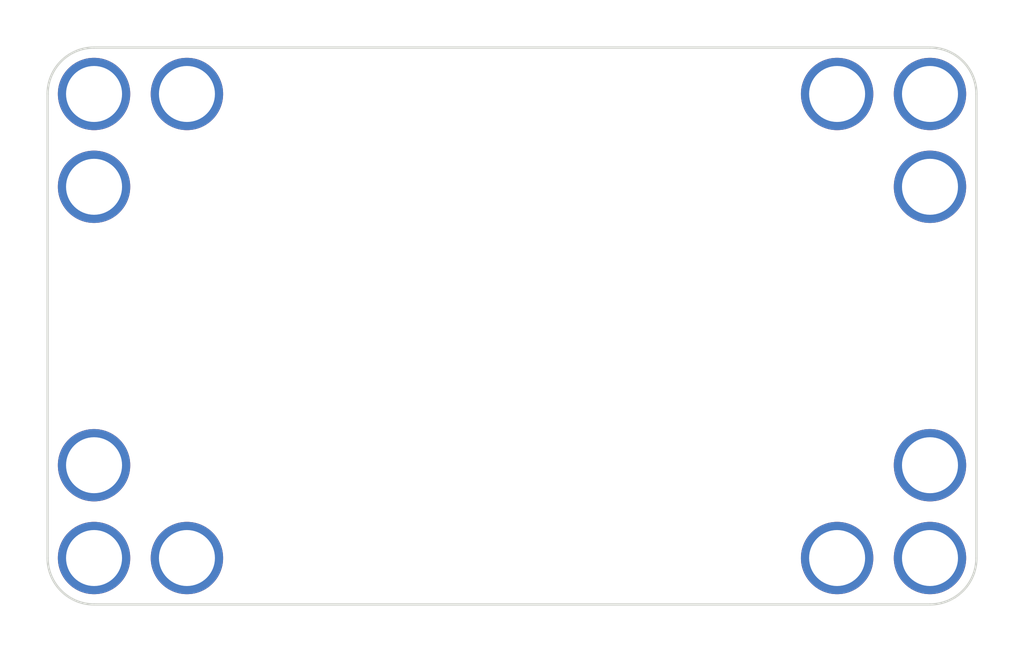
<source format=kicad_pcb>
(kicad_pcb (version 20171130) (host pcbnew 5.0.2-bee76a0~70~ubuntu18.04.1)

  (general
    (thickness 1.6)
    (drawings 10)
    (tracks 0)
    (zones 0)
    (modules 12)
    (nets 1)
  )

  (page A4)
  (layers
    (0 F.Cu signal)
    (31 B.Cu signal)
    (32 B.Adhes user)
    (33 F.Adhes user)
    (34 B.Paste user)
    (35 F.Paste user)
    (36 B.SilkS user)
    (37 F.SilkS user)
    (38 B.Mask user)
    (39 F.Mask user)
    (40 Dwgs.User user)
    (41 Cmts.User user)
    (42 Eco1.User user)
    (43 Eco2.User user)
    (44 Edge.Cuts user)
    (45 Margin user)
    (46 B.CrtYd user)
    (47 F.CrtYd user)
    (48 B.Fab user)
    (49 F.Fab user)
  )

  (setup
    (last_trace_width 0.25)
    (trace_clearance 0.2)
    (zone_clearance 0.508)
    (zone_45_only no)
    (trace_min 0.2)
    (segment_width 0.2)
    (edge_width 0.2)
    (via_size 0.8)
    (via_drill 0.4)
    (via_min_size 0.4)
    (via_min_drill 0.3)
    (uvia_size 0.3)
    (uvia_drill 0.1)
    (uvias_allowed no)
    (uvia_min_size 0.2)
    (uvia_min_drill 0.1)
    (pcb_text_width 0.3)
    (pcb_text_size 1.5 1.5)
    (mod_edge_width 0.15)
    (mod_text_size 1 1)
    (mod_text_width 0.15)
    (pad_size 1.524 1.524)
    (pad_drill 0.762)
    (pad_to_mask_clearance 0.051)
    (solder_mask_min_width 0.25)
    (aux_axis_origin 0 0)
    (visible_elements FFFFFF7F)
    (pcbplotparams
      (layerselection 0x010fc_ffffffff)
      (usegerberextensions false)
      (usegerberattributes false)
      (usegerberadvancedattributes false)
      (creategerberjobfile false)
      (excludeedgelayer true)
      (linewidth 0.100000)
      (plotframeref false)
      (viasonmask false)
      (mode 1)
      (useauxorigin false)
      (hpglpennumber 1)
      (hpglpenspeed 20)
      (hpglpendiameter 15.000000)
      (psnegative false)
      (psa4output false)
      (plotreference true)
      (plotvalue true)
      (plotinvisibletext false)
      (padsonsilk false)
      (subtractmaskfromsilk false)
      (outputformat 1)
      (mirror false)
      (drillshape 1)
      (scaleselection 1)
      (outputdirectory ""))
  )

  (net 0 "")

  (net_class Default "This is the default net class."
    (clearance 0.2)
    (trace_width 0.25)
    (via_dia 0.8)
    (via_drill 0.4)
    (uvia_dia 0.3)
    (uvia_drill 0.1)
  )

  (module lego:lego-hole (layer F.Cu) (tedit 5E00895E) (tstamp 5EA59D82)
    (at 187.06 119.4)
    (fp_text reference REF** (at 0 2) (layer F.SilkS) hide
      (effects (font (size 1 1) (thickness 0.15)))
    )
    (fp_text value lego-hole (at 0 -1.6) (layer F.Fab) hide
      (effects (font (size 1 1) (thickness 0.15)))
    )
    (pad 1 thru_hole circle (at 0 0) (size 6.2 6.2) (drill 4.8) (layers *.Cu *.Mask))
  )

  (module lego:lego-hole (layer F.Cu) (tedit 5E00895E) (tstamp 5EA59D7E)
    (at 179.1 119.4)
    (fp_text reference REF** (at 0 2) (layer F.SilkS) hide
      (effects (font (size 1 1) (thickness 0.15)))
    )
    (fp_text value lego-hole (at 0 -1.6) (layer F.Fab) hide
      (effects (font (size 1 1) (thickness 0.15)))
    )
    (pad 1 thru_hole circle (at 0 0) (size 6.2 6.2) (drill 4.8) (layers *.Cu *.Mask))
  )

  (module lego:lego-hole (layer F.Cu) (tedit 5E00895E) (tstamp 5EA59D72)
    (at 179.1 79.6)
    (fp_text reference REF** (at 0 2) (layer F.SilkS) hide
      (effects (font (size 1 1) (thickness 0.15)))
    )
    (fp_text value lego-hole (at 0 -1.6) (layer F.Fab) hide
      (effects (font (size 1 1) (thickness 0.15)))
    )
    (pad 1 thru_hole circle (at 0 0) (size 6.2 6.2) (drill 4.8) (layers *.Cu *.Mask))
  )

  (module lego:lego-hole (layer F.Cu) (tedit 5E00895E) (tstamp 5EA59D6E)
    (at 187.06 79.6)
    (fp_text reference REF** (at 0 2) (layer F.SilkS) hide
      (effects (font (size 1 1) (thickness 0.15)))
    )
    (fp_text value lego-hole (at 0 -1.6) (layer F.Fab) hide
      (effects (font (size 1 1) (thickness 0.15)))
    )
    (pad 1 thru_hole circle (at 0 0) (size 6.2 6.2) (drill 4.8) (layers *.Cu *.Mask))
  )

  (module lego:lego-hole (layer F.Cu) (tedit 5E00895E) (tstamp 5EA59D62)
    (at 115.42 79.6)
    (fp_text reference REF** (at 0 2) (layer F.SilkS) hide
      (effects (font (size 1 1) (thickness 0.15)))
    )
    (fp_text value lego-hole (at 0 -1.6) (layer F.Fab) hide
      (effects (font (size 1 1) (thickness 0.15)))
    )
    (pad 1 thru_hole circle (at 0 0) (size 6.2 6.2) (drill 4.8) (layers *.Cu *.Mask))
  )

  (module lego:lego-hole (layer F.Cu) (tedit 5E00895E) (tstamp 5EA59D5E)
    (at 123.38 79.6)
    (fp_text reference REF** (at 0 2) (layer F.SilkS) hide
      (effects (font (size 1 1) (thickness 0.15)))
    )
    (fp_text value lego-hole (at 0 -1.6) (layer F.Fab) hide
      (effects (font (size 1 1) (thickness 0.15)))
    )
    (pad 1 thru_hole circle (at 0 0) (size 6.2 6.2) (drill 4.8) (layers *.Cu *.Mask))
  )

  (module lego:lego-hole (layer F.Cu) (tedit 5E00895E) (tstamp 5EA59D51)
    (at 123.38 119.4)
    (fp_text reference REF** (at 0 2) (layer F.SilkS) hide
      (effects (font (size 1 1) (thickness 0.15)))
    )
    (fp_text value lego-hole (at 0 -1.6) (layer F.Fab) hide
      (effects (font (size 1 1) (thickness 0.15)))
    )
    (pad 1 thru_hole circle (at 0 0) (size 6.2 6.2) (drill 4.8) (layers *.Cu *.Mask))
  )

  (module lego:lego-hole (layer F.Cu) (tedit 5E00895E) (tstamp 5EA59D49)
    (at 115.42 119.4)
    (fp_text reference REF** (at 0 2) (layer F.SilkS) hide
      (effects (font (size 1 1) (thickness 0.15)))
    )
    (fp_text value lego-hole (at 0 -1.6) (layer F.Fab) hide
      (effects (font (size 1 1) (thickness 0.15)))
    )
    (pad 1 thru_hole circle (at 0 0) (size 6.2 6.2) (drill 4.8) (layers *.Cu *.Mask))
  )

  (module lego:lego-hole (layer F.Cu) (tedit 5E00895E) (tstamp 5EA5935D)
    (at 115.42 87.56)
    (fp_text reference REF** (at 0 2) (layer F.SilkS) hide
      (effects (font (size 1 1) (thickness 0.15)))
    )
    (fp_text value lego-hole (at 0 -1.6) (layer F.Fab) hide
      (effects (font (size 1 1) (thickness 0.15)))
    )
    (pad 1 thru_hole circle (at 0 0) (size 6.2 6.2) (drill 4.8) (layers *.Cu *.Mask))
  )

  (module lego:lego-hole (layer F.Cu) (tedit 5E00895E) (tstamp 5EA59359)
    (at 115.42 111.44)
    (fp_text reference REF** (at 0 2) (layer F.SilkS) hide
      (effects (font (size 1 1) (thickness 0.15)))
    )
    (fp_text value lego-hole (at 0 -1.6) (layer F.Fab) hide
      (effects (font (size 1 1) (thickness 0.15)))
    )
    (pad 1 thru_hole circle (at 0 0) (size 6.2 6.2) (drill 4.8) (layers *.Cu *.Mask))
  )

  (module lego:lego-hole (layer F.Cu) (tedit 5E00895E) (tstamp 5EA592F5)
    (at 187.06 111.44)
    (fp_text reference REF** (at 0 2) (layer F.SilkS) hide
      (effects (font (size 1 1) (thickness 0.15)))
    )
    (fp_text value lego-hole (at 0 -1.6) (layer F.Fab) hide
      (effects (font (size 1 1) (thickness 0.15)))
    )
    (pad 1 thru_hole circle (at 0 0) (size 6.2 6.2) (drill 4.8) (layers *.Cu *.Mask))
  )

  (module lego:lego-hole (layer F.Cu) (tedit 5E00895E) (tstamp 5EA592DD)
    (at 187.06 87.56)
    (fp_text reference REF** (at 0 2) (layer F.SilkS) hide
      (effects (font (size 1 1) (thickness 0.15)))
    )
    (fp_text value lego-hole (at 0 -1.6) (layer F.Fab) hide
      (effects (font (size 1 1) (thickness 0.15)))
    )
    (pad 1 thru_hole circle (at 0 0) (size 6.2 6.2) (drill 4.8) (layers *.Cu *.Mask))
  )

  (gr_line (start 151.24 127.36) (end 151.24 71.64) (layer Dwgs.User) (width 0.2))
  (gr_line (start 195.02 99.5) (end 107.46 99.5) (layer Dwgs.User) (width 0.2))
  (gr_line (start 115.42 123.38) (end 187.06 123.38) (layer Edge.Cuts) (width 0.2))
  (gr_arc (start 115.42 119.4) (end 111.44 119.4) (angle -90) (layer Edge.Cuts) (width 0.2) (tstamp 5EA59862))
  (gr_line (start 187.06 75.62) (end 115.42 75.62) (layer Edge.Cuts) (width 0.2))
  (gr_line (start 191.04 119.4) (end 191.04 79.6) (layer Edge.Cuts) (width 0.2))
  (gr_line (start 111.44 79.6) (end 111.44 119.4) (layer Edge.Cuts) (width 0.2))
  (gr_arc (start 115.42 79.6) (end 115.42 75.62) (angle -90) (layer Edge.Cuts) (width 0.2) (tstamp 5EA59867))
  (gr_arc (start 187.06 119.4) (end 187.06 123.38) (angle -90) (layer Edge.Cuts) (width 0.2) (tstamp 5EA5985D))
  (gr_arc (start 187.06 79.6) (end 191.04 79.6) (angle -90) (layer Edge.Cuts) (width 0.2))

)

</source>
